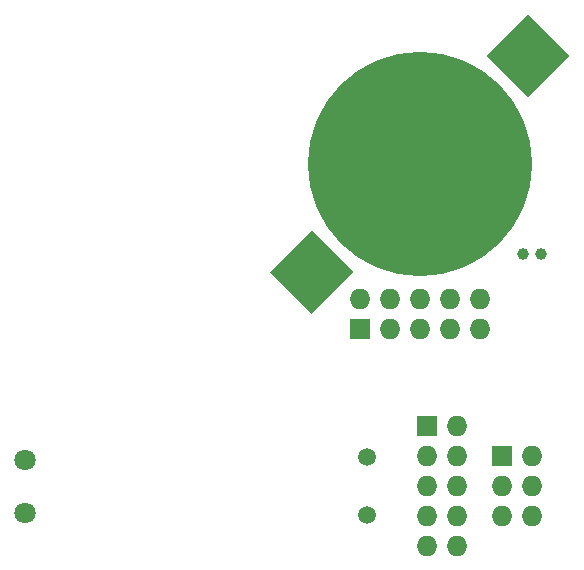
<source format=gbs>
%FSLAX46Y46*%
G04 Gerber Fmt 4.6, Leading zero omitted, Abs format (unit mm)*
G04 Created by KiCad (PCBNEW (2014-10-11 BZR 5175)-product) date Fri 31 Oct 2014 19:34:31 GMT*
%MOMM*%
G01*
G04 APERTURE LIST*
%ADD10C,0.100000*%
%ADD11C,19.000000*%
%ADD12C,1.800000*%
%ADD13R,1.727200X1.727200*%
%ADD14O,1.727200X1.727200*%
%ADD15C,1.501140*%
%ADD16C,1.000760*%
G04 APERTURE END LIST*
D10*
G36*
X65672033Y-133443501D02*
X62136499Y-129907967D01*
X65672033Y-126372433D01*
X69207567Y-129907967D01*
X65672033Y-133443501D01*
X65672033Y-133443501D01*
G37*
G36*
X47357967Y-151757567D02*
X43822433Y-148222033D01*
X47357967Y-144686499D01*
X50893501Y-148222033D01*
X47357967Y-151757567D01*
X47357967Y-151757567D01*
G37*
D11*
X56515000Y-139065000D03*
D12*
X23050000Y-164120000D03*
X23050000Y-168620000D03*
D13*
X63500000Y-163830000D03*
D14*
X66040000Y-163830000D03*
X63500000Y-166370000D03*
X66040000Y-166370000D03*
X63500000Y-168910000D03*
X66040000Y-168910000D03*
D13*
X57150000Y-161290000D03*
D14*
X59690000Y-161290000D03*
X57150000Y-163830000D03*
X59690000Y-163830000D03*
X57150000Y-166370000D03*
X59690000Y-166370000D03*
X57150000Y-168910000D03*
X59690000Y-168910000D03*
X57150000Y-171450000D03*
X59690000Y-171450000D03*
D13*
X51435000Y-153035000D03*
D14*
X51435000Y-150495000D03*
X53975000Y-153035000D03*
X53975000Y-150495000D03*
X56515000Y-153035000D03*
X56515000Y-150495000D03*
X59055000Y-153035000D03*
X59055000Y-150495000D03*
X61595000Y-153035000D03*
X61595000Y-150495000D03*
D15*
X52070000Y-168810940D03*
X52070000Y-163929060D03*
D16*
X66789300Y-146685000D03*
X65290700Y-146685000D03*
M02*

</source>
